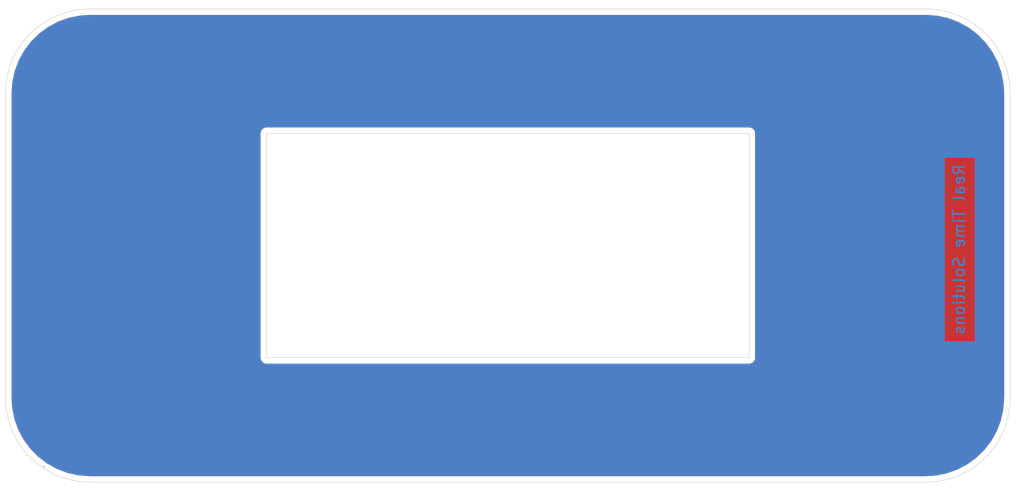
<source format=kicad_pcb>
(kicad_pcb (version 20171130) (host pcbnew "(5.1.4)-1")

  (general
    (thickness 1.6)
    (drawings 16)
    (tracks 0)
    (zones 0)
    (modules 0)
    (nets 1)
  )

  (page A4)
  (layers
    (0 F.Cu signal)
    (31 B.Cu signal)
    (32 B.Adhes user)
    (33 F.Adhes user)
    (34 B.Paste user)
    (35 F.Paste user)
    (36 B.SilkS user)
    (37 F.SilkS user)
    (38 B.Mask user)
    (39 F.Mask user)
    (40 Dwgs.User user)
    (41 Cmts.User user)
    (42 Eco1.User user)
    (43 Eco2.User user)
    (44 Edge.Cuts user)
    (45 Margin user)
    (46 B.CrtYd user)
    (47 F.CrtYd user)
    (48 B.Fab user)
    (49 F.Fab user)
  )

  (setup
    (last_trace_width 0.25)
    (trace_clearance 0.2)
    (zone_clearance 0.508)
    (zone_45_only no)
    (trace_min 0.2)
    (via_size 0.8)
    (via_drill 0.4)
    (via_min_size 0.4)
    (via_min_drill 0.3)
    (uvia_size 0.3)
    (uvia_drill 0.1)
    (uvias_allowed no)
    (uvia_min_size 0.2)
    (uvia_min_drill 0.1)
    (edge_width 0.05)
    (segment_width 0.2)
    (pcb_text_width 0.3)
    (pcb_text_size 1.5 1.5)
    (mod_edge_width 0.12)
    (mod_text_size 1 1)
    (mod_text_width 0.15)
    (pad_size 1.524 1.524)
    (pad_drill 0.762)
    (pad_to_mask_clearance 0.051)
    (solder_mask_min_width 0.25)
    (aux_axis_origin 0 0)
    (visible_elements 7EFFFFFF)
    (pcbplotparams
      (layerselection 0x010fc_ffffffff)
      (usegerberextensions false)
      (usegerberattributes false)
      (usegerberadvancedattributes false)
      (creategerberjobfile false)
      (excludeedgelayer true)
      (linewidth 0.100000)
      (plotframeref false)
      (viasonmask false)
      (mode 1)
      (useauxorigin false)
      (hpglpennumber 1)
      (hpglpenspeed 20)
      (hpglpendiameter 15.000000)
      (psnegative false)
      (psa4output false)
      (plotreference true)
      (plotvalue true)
      (plotinvisibletext false)
      (padsonsilk false)
      (subtractmaskfromsilk false)
      (outputformat 1)
      (mirror false)
      (drillshape 0)
      (scaleselection 1)
      (outputdirectory "./gbr"))
  )

  (net 0 "")

  (net_class Default "This is the default net class."
    (clearance 0.2)
    (trace_width 0.25)
    (via_dia 0.8)
    (via_drill 0.4)
    (uvia_dia 0.3)
    (uvia_drill 0.1)
  )

  (gr_text . (at 3.429 -1.5875) (layer B.SilkS) (tstamp 6005E797)
    (effects (font (size 0.5 0.5) (thickness 0.1)) (justify mirror))
  )
  (gr_text . (at 3.429 -1.5875) (layer F.SilkS)
    (effects (font (size 0.5 0.5) (thickness 0.1)))
  )
  (gr_text "Real Time Solutions" (at 84.95 -20.75 90) (layer B.Cu) (tstamp 5F8B7D73)
    (effects (font (size 1 1) (thickness 0.15)) (justify mirror))
  )
  (gr_text "Real Time Solutions" (at 4.55 -20.75 270) (layer F.Cu)
    (effects (font (size 1 1) (thickness 0.15)))
  )
  (gr_line (start 66.25 -31.1) (end 66.25 -11.1) (layer Edge.Cuts) (width 0.05) (tstamp 5F8B7D05))
  (gr_line (start 23.25 -11.1) (end 23.25 -31.1) (layer Edge.Cuts) (width 0.05) (tstamp 5F8B7D01))
  (gr_line (start 23.25 -31.1) (end 66.25 -31.1) (layer Edge.Cuts) (width 0.05) (tstamp 5F8B7CFB))
  (gr_line (start 23.25 -11.1) (end 66.25 -11.1) (layer Edge.Cuts) (width 0.05))
  (gr_arc (start 82 -7.5) (end 82 0) (angle -90) (layer Edge.Cuts) (width 0.05) (tstamp 5F8B25F2))
  (gr_arc (start 7.5 -7.5) (end 0 -7.5) (angle -90) (layer Edge.Cuts) (width 0.05) (tstamp 5F8B25CF))
  (gr_arc (start 82 -34.7) (end 89.5 -34.7) (angle -90) (layer Edge.Cuts) (width 0.05) (tstamp 5F8B2558))
  (gr_arc (start 7.5 -34.7) (end 7.5 -42.2) (angle -90) (layer Edge.Cuts) (width 0.05))
  (gr_line (start 0 -7.5) (end 0 -34.7) (layer Edge.Cuts) (width 0.05) (tstamp 5F8B1D9E))
  (gr_line (start 7.5 -42.2) (end 82 -42.2) (layer Edge.Cuts) (width 0.05) (tstamp 5F8B1DCF))
  (gr_line (start 89.5 -7.5) (end 89.5 -34.7) (layer Edge.Cuts) (width 0.05) (tstamp 5F8B1DB8))
  (gr_line (start 7.5 0) (end 82 0) (layer Edge.Cuts) (width 0.05))

  (zone (net 0) (net_name "") (layer F.Cu) (tstamp 6004A813) (hatch edge 0.508)
    (connect_pads (clearance 0.508))
    (min_thickness 0.254)
    (fill yes (arc_segments 32) (thermal_gap 0.508) (thermal_bridge_width 0.508))
    (polygon
      (pts
        (xy -0.5 -43) (xy 90.75 -43) (xy 90.75 1.25) (xy -0.5 1.25)
      )
    )
    (filled_polygon
      (pts
        (xy 82.987141 -41.46664) (xy 83.953616 -41.253262) (xy 84.879156 -40.902607) (xy 85.744385 -40.422014) (xy 86.531169 -39.82156)
        (xy 87.223039 -39.113812) (xy 87.805493 -38.313604) (xy 88.266332 -37.43769) (xy 88.5959 -36.504434) (xy 88.788021 -35.529685)
        (xy 88.840001 -34.679818) (xy 88.84 -7.523906) (xy 88.76664 -6.512857) (xy 88.553262 -5.546384) (xy 88.202609 -4.620849)
        (xy 87.722019 -3.755622) (xy 87.12156 -2.968831) (xy 86.413808 -2.276958) (xy 85.613604 -1.694507) (xy 84.737693 -1.233669)
        (xy 83.804434 -0.9041) (xy 82.829685 -0.711979) (xy 81.979835 -0.66) (xy 7.523906 -0.66) (xy 6.512857 -0.73336)
        (xy 5.546384 -0.946738) (xy 4.620849 -1.297391) (xy 3.755622 -1.777981) (xy 2.968831 -2.37844) (xy 2.276958 -3.086192)
        (xy 1.694507 -3.886396) (xy 1.233669 -4.762307) (xy 0.9041 -5.695566) (xy 0.711979 -6.670315) (xy 0.66 -7.520165)
        (xy 0.66 -29.055238) (xy 3.0225 -29.055238) (xy 3.0225 -12.444762) (xy 5.9425 -12.444762) (xy 5.9425 -29.055238)
        (xy 3.0225 -29.055238) (xy 0.66 -29.055238) (xy 0.66 -31.1) (xy 22.586807 -31.1) (xy 22.590001 -31.067571)
        (xy 22.59 -11.132419) (xy 22.586807 -11.1) (xy 22.59955 -10.970617) (xy 22.63729 -10.846207) (xy 22.698575 -10.73155)
        (xy 22.781052 -10.631052) (xy 22.88155 -10.548575) (xy 22.996207 -10.48729) (xy 23.120617 -10.44955) (xy 23.25 -10.436807)
        (xy 23.282419 -10.44) (xy 66.217581 -10.44) (xy 66.25 -10.436807) (xy 66.282419 -10.44) (xy 66.379383 -10.44955)
        (xy 66.503793 -10.48729) (xy 66.61845 -10.548575) (xy 66.718948 -10.631052) (xy 66.801425 -10.73155) (xy 66.86271 -10.846207)
        (xy 66.90045 -10.970617) (xy 66.913193 -11.1) (xy 66.91 -11.132419) (xy 66.91 -31.067581) (xy 66.913193 -31.1)
        (xy 66.90045 -31.229383) (xy 66.86271 -31.353793) (xy 66.801425 -31.46845) (xy 66.718948 -31.568948) (xy 66.61845 -31.651425)
        (xy 66.503793 -31.71271) (xy 66.379383 -31.75045) (xy 66.282419 -31.76) (xy 66.25 -31.763193) (xy 66.217581 -31.76)
        (xy 23.282419 -31.76) (xy 23.25 -31.763193) (xy 23.217581 -31.76) (xy 23.120617 -31.75045) (xy 22.996207 -31.71271)
        (xy 22.88155 -31.651425) (xy 22.781052 -31.568948) (xy 22.698575 -31.46845) (xy 22.63729 -31.353793) (xy 22.59955 -31.229383)
        (xy 22.586807 -31.1) (xy 0.66 -31.1) (xy 0.66 -34.676094) (xy 0.73336 -35.687141) (xy 0.946738 -36.653616)
        (xy 1.297393 -37.579156) (xy 1.777986 -38.444385) (xy 2.37844 -39.231169) (xy 3.086188 -39.923039) (xy 3.886396 -40.505493)
        (xy 4.76231 -40.966332) (xy 5.695566 -41.2959) (xy 6.670315 -41.488021) (xy 7.520165 -41.54) (xy 81.976094 -41.54)
      )
    )
  )
  (zone (net 0) (net_name "") (layer B.Cu) (tstamp 6004A810) (hatch edge 0.508)
    (connect_pads (clearance 0.508))
    (min_thickness 0.254)
    (fill yes (arc_segments 32) (thermal_gap 0.508) (thermal_bridge_width 0.508))
    (polygon
      (pts
        (xy -0.5 -43) (xy 90.75 -43) (xy 90.75 1.25) (xy -0.5 1.25)
      )
    )
    (filled_polygon
      (pts
        (xy 82.987141 -41.46664) (xy 83.953616 -41.253262) (xy 84.879156 -40.902607) (xy 85.744385 -40.422014) (xy 86.531169 -39.82156)
        (xy 87.223039 -39.113812) (xy 87.805493 -38.313604) (xy 88.266332 -37.43769) (xy 88.5959 -36.504434) (xy 88.788021 -35.529685)
        (xy 88.840001 -34.679818) (xy 88.84 -7.523906) (xy 88.76664 -6.512857) (xy 88.553262 -5.546384) (xy 88.202609 -4.620849)
        (xy 87.722019 -3.755622) (xy 87.12156 -2.968831) (xy 86.413808 -2.276958) (xy 85.613604 -1.694507) (xy 84.737693 -1.233669)
        (xy 83.804434 -0.9041) (xy 82.829685 -0.711979) (xy 81.979835 -0.66) (xy 7.523906 -0.66) (xy 6.512857 -0.73336)
        (xy 5.546384 -0.946738) (xy 4.620849 -1.297391) (xy 3.755622 -1.777981) (xy 2.968831 -2.37844) (xy 2.276958 -3.086192)
        (xy 1.694507 -3.886396) (xy 1.233669 -4.762307) (xy 0.9041 -5.695566) (xy 0.711979 -6.670315) (xy 0.66 -7.520165)
        (xy 0.66 -31.1) (xy 22.586807 -31.1) (xy 22.590001 -31.067571) (xy 22.59 -11.132419) (xy 22.586807 -11.1)
        (xy 22.59955 -10.970617) (xy 22.63729 -10.846207) (xy 22.698575 -10.73155) (xy 22.781052 -10.631052) (xy 22.88155 -10.548575)
        (xy 22.996207 -10.48729) (xy 23.120617 -10.44955) (xy 23.25 -10.436807) (xy 23.282419 -10.44) (xy 66.217581 -10.44)
        (xy 66.25 -10.436807) (xy 66.282419 -10.44) (xy 66.379383 -10.44955) (xy 66.503793 -10.48729) (xy 66.61845 -10.548575)
        (xy 66.718948 -10.631052) (xy 66.801425 -10.73155) (xy 66.86271 -10.846207) (xy 66.90045 -10.970617) (xy 66.913193 -11.1)
        (xy 66.91 -11.132419) (xy 66.91 -29.055238) (xy 83.5575 -29.055238) (xy 83.5575 -12.444762) (xy 86.4775 -12.444762)
        (xy 86.4775 -29.055238) (xy 83.5575 -29.055238) (xy 66.91 -29.055238) (xy 66.91 -31.067581) (xy 66.913193 -31.1)
        (xy 66.90045 -31.229383) (xy 66.86271 -31.353793) (xy 66.801425 -31.46845) (xy 66.718948 -31.568948) (xy 66.61845 -31.651425)
        (xy 66.503793 -31.71271) (xy 66.379383 -31.75045) (xy 66.282419 -31.76) (xy 66.25 -31.763193) (xy 66.217581 -31.76)
        (xy 23.282419 -31.76) (xy 23.25 -31.763193) (xy 23.217581 -31.76) (xy 23.120617 -31.75045) (xy 22.996207 -31.71271)
        (xy 22.88155 -31.651425) (xy 22.781052 -31.568948) (xy 22.698575 -31.46845) (xy 22.63729 -31.353793) (xy 22.59955 -31.229383)
        (xy 22.586807 -31.1) (xy 0.66 -31.1) (xy 0.66 -34.676094) (xy 0.73336 -35.687141) (xy 0.946738 -36.653616)
        (xy 1.297393 -37.579156) (xy 1.777986 -38.444385) (xy 2.37844 -39.231169) (xy 3.086188 -39.923039) (xy 3.886396 -40.505493)
        (xy 4.76231 -40.966332) (xy 5.695566 -41.2959) (xy 6.670315 -41.488021) (xy 7.520165 -41.54) (xy 81.976094 -41.54)
      )
    )
  )
)

</source>
